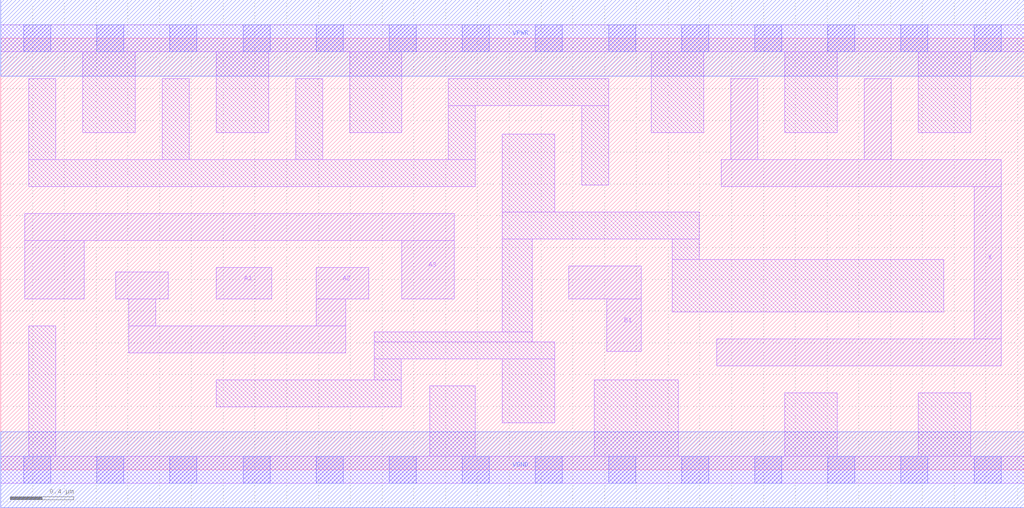
<source format=lef>
# Copyright 2020 The SkyWater PDK Authors
#
# Licensed under the Apache License, Version 2.0 (the "License");
# you may not use this file except in compliance with the License.
# You may obtain a copy of the License at
#
#     https://www.apache.org/licenses/LICENSE-2.0
#
# Unless required by applicable law or agreed to in writing, software
# distributed under the License is distributed on an "AS IS" BASIS,
# WITHOUT WARRANTIES OR CONDITIONS OF ANY KIND, either express or implied.
# See the License for the specific language governing permissions and
# limitations under the License.
#
# SPDX-License-Identifier: Apache-2.0

VERSION 5.7 ;
  NAMESCASESENSITIVE ON ;
  NOWIREEXTENSIONATPIN ON ;
  DIVIDERCHAR "/" ;
  BUSBITCHARS "[]" ;
UNITS
  DATABASE MICRONS 200 ;
END UNITS
MACRO sky130_fd_sc_hd__a31o_4
  CLASS CORE ;
  SOURCE USER ;
  FOREIGN sky130_fd_sc_hd__a31o_4 ;
  ORIGIN  0.000000  0.000000 ;
  SIZE  6.440000 BY  2.720000 ;
  SYMMETRY X Y R90 ;
  SITE unithd ;
  PIN A1
    ANTENNAGATEAREA  0.495000 ;
    DIRECTION INPUT ;
    USE SIGNAL ;
    PORT
      LAYER li1 ;
        RECT 1.355000 1.075000 1.705000 1.275000 ;
    END
  END A1
  PIN A2
    ANTENNAGATEAREA  0.495000 ;
    DIRECTION INPUT ;
    USE SIGNAL ;
    PORT
      LAYER li1 ;
        RECT 0.725000 1.075000 1.055000 1.245000 ;
        RECT 0.805000 0.735000 2.170000 0.905000 ;
        RECT 0.805000 0.905000 0.975000 1.075000 ;
        RECT 1.985000 0.905000 2.170000 1.075000 ;
        RECT 1.985000 1.075000 2.315000 1.275000 ;
    END
  END A2
  PIN A3
    ANTENNAGATEAREA  0.495000 ;
    DIRECTION INPUT ;
    USE SIGNAL ;
    PORT
      LAYER li1 ;
        RECT 0.150000 1.075000 0.525000 1.445000 ;
        RECT 0.150000 1.445000 2.855000 1.615000 ;
        RECT 2.525000 1.075000 2.855000 1.445000 ;
    END
  END A3
  PIN B1
    ANTENNAGATEAREA  0.495000 ;
    DIRECTION INPUT ;
    USE SIGNAL ;
    PORT
      LAYER li1 ;
        RECT 3.575000 1.075000 4.030000 1.285000 ;
        RECT 3.815000 0.745000 4.030000 1.075000 ;
    END
  END B1
  PIN X
    ANTENNADIFFAREA  0.891000 ;
    DIRECTION OUTPUT ;
    USE SIGNAL ;
    PORT
      LAYER li1 ;
        RECT 4.505000 0.655000 6.295000 0.825000 ;
        RECT 4.535000 1.785000 6.295000 1.955000 ;
        RECT 4.595000 1.955000 4.765000 2.465000 ;
        RECT 5.435000 1.955000 5.605000 2.465000 ;
        RECT 6.125000 0.825000 6.295000 1.785000 ;
    END
  END X
  PIN VGND
    DIRECTION INOUT ;
    SHAPE ABUTMENT ;
    USE GROUND ;
    PORT
      LAYER met1 ;
        RECT 0.000000 -0.240000 6.440000 0.240000 ;
    END
  END VGND
  PIN VPWR
    DIRECTION INOUT ;
    SHAPE ABUTMENT ;
    USE POWER ;
    PORT
      LAYER met1 ;
        RECT 0.000000 2.480000 6.440000 2.960000 ;
    END
  END VPWR
  OBS
    LAYER li1 ;
      RECT 0.000000 -0.085000 6.440000 0.085000 ;
      RECT 0.000000  2.635000 6.440000 2.805000 ;
      RECT 0.175000  0.085000 0.345000 0.905000 ;
      RECT 0.175000  1.785000 2.985000 1.955000 ;
      RECT 0.175000  1.955000 0.345000 2.465000 ;
      RECT 0.515000  2.125000 0.845000 2.635000 ;
      RECT 1.015000  1.955000 1.185000 2.465000 ;
      RECT 1.355000  0.395000 2.520000 0.565000 ;
      RECT 1.355000  2.125000 1.685000 2.635000 ;
      RECT 1.855000  1.955000 2.025000 2.465000 ;
      RECT 2.195000  2.125000 2.525000 2.635000 ;
      RECT 2.350000  0.565000 2.520000 0.700000 ;
      RECT 2.350000  0.700000 3.485000 0.805000 ;
      RECT 2.350000  0.805000 3.345000 0.870000 ;
      RECT 2.700000  0.085000 2.985000 0.530000 ;
      RECT 2.815000  1.955000 2.985000 2.295000 ;
      RECT 2.815000  2.295000 3.825000 2.465000 ;
      RECT 3.155000  0.295000 3.485000 0.700000 ;
      RECT 3.155000  0.870000 3.345000 1.455000 ;
      RECT 3.155000  1.455000 4.395000 1.625000 ;
      RECT 3.155000  1.625000 3.485000 2.115000 ;
      RECT 3.655000  1.795000 3.825000 2.295000 ;
      RECT 3.735000  0.085000 4.265000 0.565000 ;
      RECT 4.095000  2.125000 4.425000 2.635000 ;
      RECT 4.225000  0.995000 5.935000 1.325000 ;
      RECT 4.225000  1.325000 4.395000 1.455000 ;
      RECT 4.935000  0.085000 5.265000 0.485000 ;
      RECT 4.935000  2.125000 5.265000 2.635000 ;
      RECT 5.775000  0.085000 6.105000 0.485000 ;
      RECT 5.775000  2.125000 6.105000 2.635000 ;
    LAYER mcon ;
      RECT 0.145000 -0.085000 0.315000 0.085000 ;
      RECT 0.145000  2.635000 0.315000 2.805000 ;
      RECT 0.605000 -0.085000 0.775000 0.085000 ;
      RECT 0.605000  2.635000 0.775000 2.805000 ;
      RECT 1.065000 -0.085000 1.235000 0.085000 ;
      RECT 1.065000  2.635000 1.235000 2.805000 ;
      RECT 1.525000 -0.085000 1.695000 0.085000 ;
      RECT 1.525000  2.635000 1.695000 2.805000 ;
      RECT 1.985000 -0.085000 2.155000 0.085000 ;
      RECT 1.985000  2.635000 2.155000 2.805000 ;
      RECT 2.445000 -0.085000 2.615000 0.085000 ;
      RECT 2.445000  2.635000 2.615000 2.805000 ;
      RECT 2.905000 -0.085000 3.075000 0.085000 ;
      RECT 2.905000  2.635000 3.075000 2.805000 ;
      RECT 3.365000 -0.085000 3.535000 0.085000 ;
      RECT 3.365000  2.635000 3.535000 2.805000 ;
      RECT 3.825000 -0.085000 3.995000 0.085000 ;
      RECT 3.825000  2.635000 3.995000 2.805000 ;
      RECT 4.285000 -0.085000 4.455000 0.085000 ;
      RECT 4.285000  2.635000 4.455000 2.805000 ;
      RECT 4.745000 -0.085000 4.915000 0.085000 ;
      RECT 4.745000  2.635000 4.915000 2.805000 ;
      RECT 5.205000 -0.085000 5.375000 0.085000 ;
      RECT 5.205000  2.635000 5.375000 2.805000 ;
      RECT 5.665000 -0.085000 5.835000 0.085000 ;
      RECT 5.665000  2.635000 5.835000 2.805000 ;
      RECT 6.125000 -0.085000 6.295000 0.085000 ;
      RECT 6.125000  2.635000 6.295000 2.805000 ;
  END
END sky130_fd_sc_hd__a31o_4

</source>
